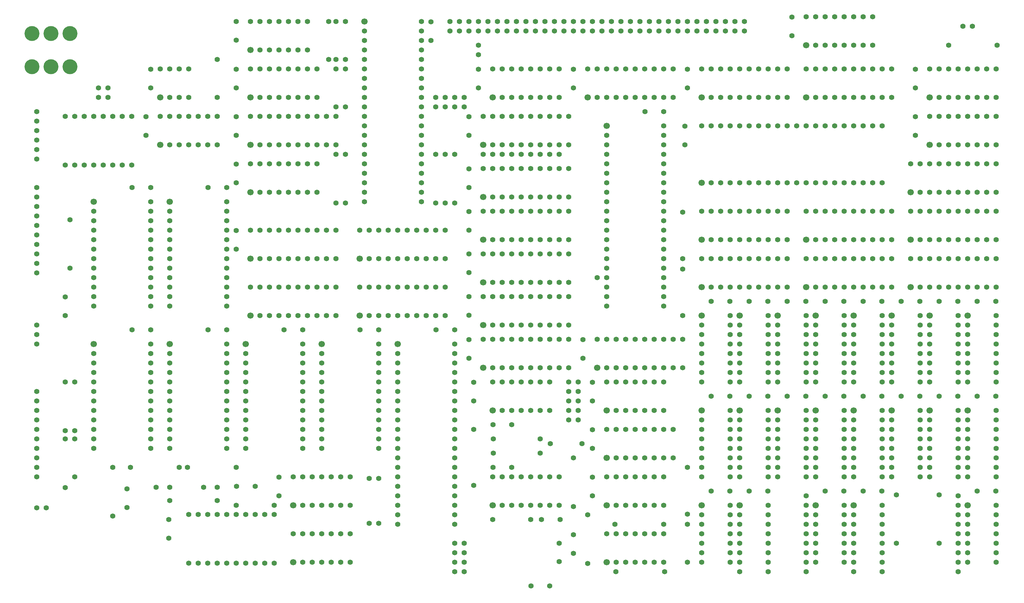
<source format=gbr>
G04 #@! TF.GenerationSoftware,KiCad,Pcbnew,9.0.0*
G04 #@! TF.CreationDate,2025-08-21T19:24:27+02:00*
G04 #@! TF.ProjectId,gdp,6764702e-6b69-4636-9164-5f7063625858,rev?*
G04 #@! TF.SameCoordinates,Original*
G04 #@! TF.FileFunction,Soldermask,Bot*
G04 #@! TF.FilePolarity,Negative*
%FSLAX46Y46*%
G04 Gerber Fmt 4.6, Leading zero omitted, Abs format (unit mm)*
G04 Created by KiCad (PCBNEW 9.0.0) date 2025-08-21 19:24:27*
%MOMM*%
%LPD*%
G01*
G04 APERTURE LIST*
%ADD10C,1.400000*%
%ADD11C,1.700000*%
%ADD12C,4.000000*%
G04 APERTURE END LIST*
D10*
X166370000Y-63500000D03*
X166370000Y-73660000D03*
X83820000Y-107950000D03*
X83820000Y-110490000D03*
X83820000Y-113030000D03*
X83820000Y-115570000D03*
X83820000Y-118110000D03*
X83820000Y-120650000D03*
X83820000Y-123190000D03*
X83820000Y-125730000D03*
X83820000Y-128270000D03*
X83820000Y-130810000D03*
X289560000Y-190500000D03*
X289560000Y-193040000D03*
X289560000Y-195580000D03*
X289560000Y-198120000D03*
X289560000Y-200660000D03*
X289560000Y-203200000D03*
X289560000Y-205740000D03*
X289560000Y-208280000D03*
X289560000Y-210820000D03*
D11*
X292100000Y-167640000D03*
D10*
X292100000Y-170180000D03*
X292100000Y-172720000D03*
X292100000Y-175260000D03*
X292100000Y-177800000D03*
X292100000Y-180340000D03*
X292100000Y-182880000D03*
X292100000Y-185420000D03*
X299720000Y-185420000D03*
X299720000Y-182880000D03*
X299720000Y-180340000D03*
X299720000Y-177800000D03*
X299720000Y-175260000D03*
X299720000Y-172720000D03*
X299720000Y-170180000D03*
X299720000Y-167640000D03*
X200660000Y-187720000D03*
X200660000Y-172720000D03*
X142240000Y-208510000D03*
X142240000Y-195510000D03*
X132080000Y-73660000D03*
X132080000Y-83820000D03*
X205940000Y-175260000D03*
X218440000Y-175260000D03*
X201930000Y-76240000D03*
X201930000Y-81240000D03*
D11*
X261620000Y-121920000D03*
D10*
X264160000Y-121920000D03*
X266700000Y-121920000D03*
X269240000Y-121920000D03*
X271780000Y-121920000D03*
X274320000Y-121920000D03*
X276860000Y-121920000D03*
X279400000Y-121920000D03*
X281940000Y-121920000D03*
X284480000Y-121920000D03*
X284480000Y-114300000D03*
X281940000Y-114300000D03*
X279400000Y-114300000D03*
X276860000Y-114300000D03*
X274320000Y-114300000D03*
X271780000Y-114300000D03*
X269240000Y-114300000D03*
X266700000Y-114300000D03*
X264160000Y-114300000D03*
X261620000Y-114300000D03*
X198120000Y-208280000D03*
X195580000Y-208280000D03*
X199390000Y-102910000D03*
X199390000Y-107910000D03*
X335280000Y-138430000D03*
X340280000Y-138430000D03*
X314960000Y-138430000D03*
X319960000Y-138430000D03*
X147320000Y-208510000D03*
X147320000Y-195510000D03*
X161925000Y-63500000D03*
X161925000Y-73660000D03*
D11*
X281940000Y-167640000D03*
D10*
X281940000Y-170180000D03*
X281940000Y-172720000D03*
X281940000Y-175260000D03*
X281940000Y-177800000D03*
X281940000Y-180340000D03*
X281940000Y-182880000D03*
X281940000Y-185420000D03*
X289560000Y-185420000D03*
X289560000Y-182880000D03*
X289560000Y-180340000D03*
X289560000Y-177800000D03*
X289560000Y-175260000D03*
X289560000Y-172720000D03*
X289560000Y-170180000D03*
X289560000Y-167640000D03*
X194310000Y-66040000D03*
X196850000Y-66040000D03*
X199390000Y-66040000D03*
X201930000Y-66040000D03*
X204470000Y-66040000D03*
X207010000Y-66040000D03*
X209550000Y-66040000D03*
X212090000Y-66040000D03*
X214630000Y-66040000D03*
X217170000Y-66040000D03*
X219710000Y-66040000D03*
X222250000Y-66040000D03*
X224790000Y-66040000D03*
X227330000Y-66040000D03*
X229870000Y-66040000D03*
X232410000Y-66040000D03*
X234950000Y-66040000D03*
X237490000Y-66040000D03*
X240030000Y-66040000D03*
X242570000Y-66040000D03*
X245110000Y-66040000D03*
X247650000Y-66040000D03*
X250190000Y-66040000D03*
X252730000Y-66040000D03*
X255270000Y-66040000D03*
X257810000Y-66040000D03*
X260350000Y-66040000D03*
X262890000Y-66040000D03*
X265430000Y-66040000D03*
X267970000Y-66040000D03*
X270510000Y-66040000D03*
X273050000Y-66040000D03*
D11*
X271780000Y-142240000D03*
D10*
X271780000Y-144780000D03*
X271780000Y-147320000D03*
X271780000Y-149860000D03*
X271780000Y-152400000D03*
X271780000Y-154940000D03*
X271780000Y-157480000D03*
X271780000Y-160020000D03*
X279400000Y-160020000D03*
X279400000Y-157480000D03*
X279400000Y-154940000D03*
X279400000Y-152400000D03*
X279400000Y-149860000D03*
X279400000Y-147320000D03*
X279400000Y-144780000D03*
X279400000Y-142240000D03*
X284480000Y-163830000D03*
X289480000Y-163830000D03*
X113030000Y-88940000D03*
X113030000Y-93940000D03*
X198120000Y-210820000D03*
X195580000Y-210820000D03*
X325120000Y-138430000D03*
X330120000Y-138430000D03*
X264160000Y-163830000D03*
X269160000Y-163830000D03*
D11*
X302260000Y-167640000D03*
D10*
X302260000Y-170180000D03*
X302260000Y-172720000D03*
X302260000Y-175260000D03*
X302260000Y-177800000D03*
X302260000Y-180340000D03*
X302260000Y-182880000D03*
X302260000Y-185420000D03*
X309880000Y-185420000D03*
X309880000Y-182880000D03*
X309880000Y-180340000D03*
X309880000Y-177800000D03*
X309880000Y-175260000D03*
X309880000Y-172720000D03*
X309880000Y-170180000D03*
X309880000Y-167640000D03*
X198120000Y-83815000D03*
X198120000Y-86355000D03*
X106680000Y-101900000D03*
X106680000Y-88900000D03*
X210820000Y-182880000D03*
X205820000Y-182880000D03*
X325120000Y-163830000D03*
X330120000Y-163830000D03*
D11*
X152400000Y-193040000D03*
D10*
X154940000Y-193040000D03*
X157480000Y-193040000D03*
X160020000Y-193040000D03*
X162560000Y-193040000D03*
X165100000Y-193040000D03*
X167640000Y-193040000D03*
X167640000Y-185420000D03*
X165100000Y-185420000D03*
X162560000Y-185420000D03*
X160020000Y-185420000D03*
X157480000Y-185420000D03*
X154940000Y-185420000D03*
X152400000Y-185420000D03*
D11*
X203205000Y-96520000D03*
D10*
X205745000Y-96520000D03*
X208285000Y-96520000D03*
X210825000Y-96520000D03*
X213365000Y-96520000D03*
X215905000Y-96520000D03*
X218445000Y-96520000D03*
X220985000Y-96520000D03*
X223525000Y-96520000D03*
X226065000Y-96520000D03*
X226065000Y-88900000D03*
X223525000Y-88900000D03*
X220985000Y-88900000D03*
X218445000Y-88900000D03*
X215905000Y-88900000D03*
X213365000Y-88900000D03*
X210825000Y-88900000D03*
X208285000Y-88900000D03*
X205745000Y-88900000D03*
X203205000Y-88900000D03*
X144780000Y-208510000D03*
X144780000Y-195510000D03*
D11*
X233680000Y-156210000D03*
D10*
X236220000Y-156210000D03*
X238760000Y-156210000D03*
X241300000Y-156210000D03*
X243840000Y-156210000D03*
X246380000Y-156210000D03*
X248920000Y-156210000D03*
X251460000Y-156210000D03*
X254000000Y-156210000D03*
X256540000Y-156210000D03*
X256540000Y-148590000D03*
X254000000Y-148590000D03*
X251460000Y-148590000D03*
X248920000Y-148590000D03*
X246380000Y-148590000D03*
X243840000Y-148590000D03*
X241300000Y-148590000D03*
X238760000Y-148590000D03*
X236220000Y-148590000D03*
X233680000Y-148590000D03*
X137240000Y-187960000D03*
X142240000Y-187960000D03*
X91440000Y-137240000D03*
X91440000Y-142240000D03*
X199390000Y-125730000D03*
X199390000Y-130730000D03*
X163830000Y-76200000D03*
X163830000Y-86360000D03*
D11*
X140970000Y-127000000D03*
D10*
X143510000Y-127000000D03*
X146050000Y-127000000D03*
X148590000Y-127000000D03*
X151130000Y-127000000D03*
X153670000Y-127000000D03*
X156210000Y-127000000D03*
X158750000Y-127000000D03*
X161290000Y-127000000D03*
X163830000Y-127000000D03*
X163830000Y-119380000D03*
X161290000Y-119380000D03*
X158750000Y-119380000D03*
X156210000Y-119380000D03*
X153670000Y-119380000D03*
X151130000Y-119380000D03*
X148590000Y-119380000D03*
X146050000Y-119380000D03*
X143510000Y-119380000D03*
X140970000Y-119380000D03*
D11*
X312420000Y-142240000D03*
D10*
X312420000Y-144780000D03*
X312420000Y-147320000D03*
X312420000Y-149860000D03*
X312420000Y-152400000D03*
X312420000Y-154940000D03*
X312420000Y-157480000D03*
X312420000Y-160020000D03*
X320040000Y-160020000D03*
X320040000Y-157480000D03*
X320040000Y-154940000D03*
X320040000Y-152400000D03*
X320040000Y-149860000D03*
X320040000Y-147320000D03*
X320040000Y-144780000D03*
X320040000Y-142240000D03*
X115787898Y-188177898D03*
X119380000Y-188177898D03*
X119380000Y-191770000D03*
X139700000Y-208510000D03*
X139700000Y-195510000D03*
X304800000Y-163830000D03*
X309800000Y-163830000D03*
X114300000Y-76240000D03*
X114300000Y-81240000D03*
X121920000Y-182880000D03*
X108920000Y-182880000D03*
D11*
X271780000Y-167640000D03*
D10*
X271780000Y-170180000D03*
X271780000Y-172720000D03*
X271780000Y-175260000D03*
X271780000Y-177800000D03*
X271780000Y-180340000D03*
X271780000Y-182880000D03*
X271780000Y-185420000D03*
X279400000Y-185420000D03*
X279400000Y-182880000D03*
X279400000Y-180340000D03*
X279400000Y-177800000D03*
X279400000Y-175260000D03*
X279400000Y-172720000D03*
X279400000Y-170180000D03*
X279400000Y-167640000D03*
D11*
X170180000Y-127000000D03*
D10*
X172720000Y-127000000D03*
X175260000Y-127000000D03*
X177800000Y-127000000D03*
X180340000Y-127000000D03*
X182880000Y-127000000D03*
X185420000Y-127000000D03*
X187960000Y-127000000D03*
X190500000Y-127000000D03*
X193040000Y-127000000D03*
X193040000Y-119380000D03*
X190500000Y-119380000D03*
X187960000Y-119380000D03*
X185420000Y-119380000D03*
X182880000Y-119380000D03*
X180340000Y-119380000D03*
X177800000Y-119380000D03*
X175260000Y-119380000D03*
X172720000Y-119380000D03*
X170180000Y-119380000D03*
D11*
X292100000Y-193040000D03*
D10*
X292100000Y-195580000D03*
X292100000Y-198120000D03*
X292100000Y-200660000D03*
X292100000Y-203200000D03*
X292100000Y-205740000D03*
X292100000Y-208280000D03*
X299720000Y-208280000D03*
X299720000Y-205740000D03*
X299720000Y-203200000D03*
X299720000Y-200660000D03*
X299720000Y-198120000D03*
X299720000Y-195580000D03*
X299720000Y-193040000D03*
X104140000Y-195880000D03*
X104140000Y-182880000D03*
X124460000Y-208510000D03*
X124460000Y-195510000D03*
D11*
X332740000Y-193040000D03*
D10*
X332740000Y-195580000D03*
X332740000Y-198120000D03*
X332740000Y-200660000D03*
X332740000Y-203200000D03*
X332740000Y-205740000D03*
X332740000Y-208280000D03*
X340360000Y-208280000D03*
X340360000Y-205740000D03*
X340360000Y-203200000D03*
X340360000Y-200660000D03*
X340360000Y-198120000D03*
X340360000Y-195580000D03*
X340360000Y-193040000D03*
D11*
X205740000Y-83820000D03*
D10*
X208280000Y-83820000D03*
X210820000Y-83820000D03*
X213360000Y-83820000D03*
X215900000Y-83820000D03*
X218440000Y-83820000D03*
X220980000Y-83820000D03*
X223520000Y-83820000D03*
X223520000Y-76200000D03*
X220980000Y-76200000D03*
X218440000Y-76200000D03*
X215900000Y-76200000D03*
X213360000Y-76200000D03*
X210820000Y-76200000D03*
X208280000Y-76200000D03*
X205740000Y-76200000D03*
D11*
X292100000Y-142240000D03*
D10*
X292100000Y-144780000D03*
X292100000Y-147320000D03*
X292100000Y-149860000D03*
X292100000Y-152400000D03*
X292100000Y-154940000D03*
X292100000Y-157480000D03*
X292100000Y-160020000D03*
X299720000Y-160020000D03*
X299720000Y-157480000D03*
X299720000Y-154940000D03*
X299720000Y-152400000D03*
X299720000Y-149860000D03*
X299720000Y-147320000D03*
X299720000Y-144780000D03*
X299720000Y-142240000D03*
X91440000Y-173020000D03*
X91440000Y-160020000D03*
D11*
X203200000Y-156210000D03*
D10*
X205740000Y-156210000D03*
X208280000Y-156210000D03*
X210820000Y-156210000D03*
X213360000Y-156210000D03*
X215900000Y-156210000D03*
X218440000Y-156210000D03*
X220980000Y-156210000D03*
X223520000Y-156210000D03*
X226060000Y-156210000D03*
X226060000Y-148590000D03*
X223520000Y-148590000D03*
X220980000Y-148590000D03*
X218440000Y-148590000D03*
X215900000Y-148590000D03*
X213360000Y-148590000D03*
X210820000Y-148590000D03*
X208280000Y-148590000D03*
X205740000Y-148590000D03*
X203200000Y-148590000D03*
X205820000Y-171450000D03*
X210820000Y-171450000D03*
X137160000Y-76240000D03*
X137160000Y-81240000D03*
X189230000Y-63540000D03*
X189230000Y-68540000D03*
X232410000Y-185460000D03*
X232410000Y-190460000D03*
X129540000Y-208510000D03*
X129540000Y-195510000D03*
D11*
X289560000Y-134620000D03*
D10*
X292100000Y-134620000D03*
X294640000Y-134620000D03*
X297180000Y-134620000D03*
X299720000Y-134620000D03*
X302260000Y-134620000D03*
X304800000Y-134620000D03*
X307340000Y-134620000D03*
X309880000Y-134620000D03*
X312420000Y-134620000D03*
X312420000Y-127000000D03*
X309880000Y-127000000D03*
X307340000Y-127000000D03*
X304800000Y-127000000D03*
X302260000Y-127000000D03*
X299720000Y-127000000D03*
X297180000Y-127000000D03*
X294640000Y-127000000D03*
X292100000Y-127000000D03*
X289560000Y-127000000D03*
X331470000Y-64770000D03*
X334010000Y-64770000D03*
X107950000Y-193595000D03*
X107950000Y-188595000D03*
X325120000Y-190200000D03*
X325120000Y-203200000D03*
X83820000Y-162560000D03*
X83820000Y-165100000D03*
X83820000Y-167640000D03*
X83820000Y-170180000D03*
X83820000Y-172720000D03*
X83820000Y-175260000D03*
X83820000Y-177800000D03*
X83820000Y-180340000D03*
X83820000Y-182880000D03*
X83820000Y-185420000D03*
X226060000Y-165100000D03*
X228600000Y-165100000D03*
D11*
X236220000Y-208280000D03*
D10*
X238760000Y-208280000D03*
X241300000Y-208280000D03*
X243840000Y-208280000D03*
X246380000Y-208280000D03*
X248920000Y-208280000D03*
X251460000Y-208280000D03*
X251460000Y-200660000D03*
X248920000Y-200660000D03*
X246380000Y-200660000D03*
X243840000Y-200660000D03*
X241300000Y-200660000D03*
X238760000Y-200660000D03*
X236220000Y-200660000D03*
X200660000Y-165100000D03*
X200660000Y-160100000D03*
D11*
X205740000Y-193040000D03*
D10*
X208280000Y-193040000D03*
X210820000Y-193040000D03*
X213360000Y-193040000D03*
X215900000Y-193040000D03*
X218440000Y-193040000D03*
X220980000Y-193040000D03*
X223520000Y-193040000D03*
X223520000Y-185420000D03*
X220980000Y-185420000D03*
X218440000Y-185420000D03*
X215900000Y-185420000D03*
X213360000Y-185420000D03*
X210820000Y-185420000D03*
X208280000Y-185420000D03*
X205740000Y-185420000D03*
D11*
X289560000Y-69850000D03*
D10*
X292100000Y-69850000D03*
X294640000Y-69850000D03*
X297180000Y-69850000D03*
X299720000Y-69850000D03*
X302260000Y-69850000D03*
X304800000Y-69850000D03*
X307340000Y-69850000D03*
X307340000Y-62230000D03*
X304800000Y-62230000D03*
X302260000Y-62230000D03*
X299720000Y-62230000D03*
X297180000Y-62230000D03*
X294640000Y-62230000D03*
X292100000Y-62230000D03*
X289560000Y-62230000D03*
X274320000Y-138430000D03*
X279320000Y-138430000D03*
X100330000Y-81280000D03*
X100330000Y-83820000D03*
X318770000Y-76240000D03*
X318770000Y-81240000D03*
X137160000Y-88940000D03*
X137160000Y-93940000D03*
D11*
X302260000Y-193040000D03*
D10*
X302260000Y-195580000D03*
X302260000Y-198120000D03*
X302260000Y-200660000D03*
X302260000Y-203200000D03*
X302260000Y-205740000D03*
X302260000Y-208280000D03*
X302260000Y-210820000D03*
X309880000Y-210820000D03*
X309880000Y-208280000D03*
X309880000Y-205740000D03*
X309880000Y-203200000D03*
X309880000Y-200660000D03*
X309880000Y-198120000D03*
X309880000Y-195580000D03*
X309880000Y-193040000D03*
X335320000Y-189230000D03*
X340320000Y-189230000D03*
D11*
X116840000Y-96520000D03*
D10*
X119380000Y-96520000D03*
X121920000Y-96520000D03*
X124460000Y-96520000D03*
X127000000Y-96520000D03*
X129540000Y-96520000D03*
X132080000Y-96520000D03*
X132080000Y-88900000D03*
X129540000Y-88900000D03*
X127000000Y-88900000D03*
X124460000Y-88900000D03*
X121920000Y-88900000D03*
X119380000Y-88900000D03*
X116840000Y-88900000D03*
X148590000Y-185460000D03*
X148590000Y-190460000D03*
X195580000Y-146050000D03*
X190580000Y-146050000D03*
D11*
X236220000Y-167640000D03*
D10*
X238760000Y-167640000D03*
X241300000Y-167640000D03*
X243840000Y-167640000D03*
X246380000Y-167640000D03*
X248920000Y-167640000D03*
X251460000Y-167640000D03*
X251460000Y-160020000D03*
X248920000Y-160020000D03*
X246380000Y-160020000D03*
X243840000Y-160020000D03*
X241300000Y-160020000D03*
X238760000Y-160020000D03*
X236220000Y-160020000D03*
X199390000Y-148630000D03*
X199390000Y-153630000D03*
D11*
X170180000Y-142240000D03*
D10*
X172720000Y-142240000D03*
X175260000Y-142240000D03*
X177800000Y-142240000D03*
X180340000Y-142240000D03*
X182880000Y-142240000D03*
X185420000Y-142240000D03*
X187960000Y-142240000D03*
X190500000Y-142240000D03*
X193040000Y-142240000D03*
X193040000Y-134620000D03*
X190500000Y-134620000D03*
X187960000Y-134620000D03*
X185420000Y-134620000D03*
X182880000Y-134620000D03*
X180340000Y-134620000D03*
X177800000Y-134620000D03*
X175260000Y-134620000D03*
X172720000Y-134620000D03*
X170180000Y-134620000D03*
X220980000Y-214630000D03*
X215980000Y-214630000D03*
X137160000Y-63500000D03*
X137160000Y-68500000D03*
X137160000Y-101640000D03*
X137160000Y-106640000D03*
X137160000Y-119460000D03*
X137160000Y-124460000D03*
X257810000Y-195380000D03*
X257810000Y-182880000D03*
D11*
X332740000Y-142240000D03*
D10*
X332740000Y-144780000D03*
X332740000Y-147320000D03*
X332740000Y-149860000D03*
X332740000Y-152400000D03*
X332740000Y-154940000D03*
X332740000Y-157480000D03*
X332740000Y-160020000D03*
X340360000Y-160020000D03*
X340360000Y-157480000D03*
X340360000Y-154940000D03*
X340360000Y-152400000D03*
X340360000Y-149860000D03*
X340360000Y-147320000D03*
X340360000Y-144780000D03*
X340360000Y-142240000D03*
X163830000Y-112060000D03*
X163830000Y-99060000D03*
X195580000Y-83815000D03*
X195580000Y-86355000D03*
X175260000Y-146050000D03*
X170260000Y-146050000D03*
X318770000Y-88940000D03*
X318770000Y-93940000D03*
D11*
X205740000Y-167640000D03*
D10*
X208280000Y-167640000D03*
X210820000Y-167640000D03*
X213360000Y-167640000D03*
X215900000Y-167640000D03*
X218440000Y-167640000D03*
X220980000Y-167640000D03*
X220980000Y-160020000D03*
X218440000Y-160020000D03*
X215900000Y-160020000D03*
X213360000Y-160020000D03*
X210820000Y-160020000D03*
X208280000Y-160020000D03*
X205740000Y-160020000D03*
X193040000Y-112060000D03*
X193040000Y-99060000D03*
X134620000Y-208510000D03*
X134620000Y-195510000D03*
X96520000Y-101900000D03*
X96520000Y-88900000D03*
X104140000Y-101900000D03*
X104140000Y-88900000D03*
X83820000Y-144780000D03*
X83820000Y-147320000D03*
X83820000Y-149860000D03*
X134620000Y-107950000D03*
X129620000Y-107950000D03*
D11*
X322580000Y-142240000D03*
D10*
X322580000Y-144780000D03*
X322580000Y-147320000D03*
X322580000Y-149860000D03*
X322580000Y-152400000D03*
X322580000Y-154940000D03*
X322580000Y-157480000D03*
X322580000Y-160020000D03*
X330200000Y-160020000D03*
X330200000Y-157480000D03*
X330200000Y-154940000D03*
X330200000Y-152400000D03*
X330200000Y-149860000D03*
X330200000Y-147320000D03*
X330200000Y-144780000D03*
X330200000Y-142240000D03*
D12*
X82550000Y-66675000D03*
X82550000Y-75565000D03*
X87630000Y-66675000D03*
X87630000Y-75565000D03*
X92710000Y-66675000D03*
X92710000Y-75565000D03*
D10*
X274320000Y-163830000D03*
X279320000Y-163830000D03*
X227330000Y-76240000D03*
X227330000Y-81240000D03*
X203200000Y-99060000D03*
X205740000Y-99060000D03*
X208280000Y-99060000D03*
X210820000Y-99060000D03*
X213360000Y-99060000D03*
X215900000Y-99060000D03*
X218440000Y-99060000D03*
X220980000Y-99060000D03*
X223520000Y-99060000D03*
X83820000Y-193675000D03*
X86360000Y-193675000D03*
X294680000Y-163830000D03*
X299680000Y-163830000D03*
X127000000Y-208510000D03*
X127000000Y-195510000D03*
D11*
X302260000Y-142240000D03*
D10*
X302260000Y-144780000D03*
X302260000Y-147320000D03*
X302260000Y-149860000D03*
X302260000Y-152400000D03*
X302260000Y-154940000D03*
X302260000Y-157480000D03*
X302260000Y-160020000D03*
X309880000Y-160020000D03*
X309880000Y-157480000D03*
X309880000Y-154940000D03*
X309880000Y-152400000D03*
X309880000Y-149860000D03*
X309880000Y-147320000D03*
X309880000Y-144780000D03*
X309880000Y-142240000D03*
X205940000Y-179070000D03*
X218440000Y-179070000D03*
X229870000Y-148630000D03*
X229870000Y-153630000D03*
X251714000Y-210820000D03*
X238714000Y-210820000D03*
X340660000Y-69850000D03*
X327660000Y-69850000D03*
D11*
X99060000Y-149860000D03*
D10*
X99060000Y-152400000D03*
X99060000Y-154940000D03*
X99060000Y-157480000D03*
X99060000Y-160020000D03*
X99060000Y-162560000D03*
X99060000Y-165100000D03*
X99060000Y-167640000D03*
X99060000Y-170180000D03*
X99060000Y-172720000D03*
X99060000Y-175260000D03*
X99060000Y-177800000D03*
X114300000Y-177800000D03*
X114300000Y-175260000D03*
X114300000Y-172720000D03*
X114300000Y-170180000D03*
X114300000Y-167640000D03*
X114300000Y-165100000D03*
X114300000Y-162560000D03*
X114300000Y-160020000D03*
X114300000Y-157480000D03*
X114300000Y-154940000D03*
X114300000Y-152400000D03*
X114300000Y-149860000D03*
X294640000Y-138430000D03*
X299640000Y-138430000D03*
D11*
X140970000Y-96520000D03*
D10*
X143510000Y-96520000D03*
X146050000Y-96520000D03*
X148590000Y-96520000D03*
X151130000Y-96520000D03*
X153670000Y-96520000D03*
X156210000Y-96520000D03*
X158750000Y-96520000D03*
X161290000Y-96520000D03*
X163830000Y-96520000D03*
X163830000Y-88900000D03*
X161290000Y-88900000D03*
X158750000Y-88900000D03*
X156210000Y-88900000D03*
X153670000Y-88900000D03*
X151130000Y-88900000D03*
X148590000Y-88900000D03*
X146050000Y-88900000D03*
X143510000Y-88900000D03*
X140970000Y-88900000D03*
D11*
X140970000Y-71120000D03*
D10*
X143510000Y-71120000D03*
X146050000Y-71120000D03*
X148590000Y-71120000D03*
X151130000Y-71120000D03*
X153670000Y-71120000D03*
X156210000Y-71120000D03*
X156210000Y-63500000D03*
X153670000Y-63500000D03*
X151130000Y-63500000D03*
X148590000Y-63500000D03*
X146050000Y-63500000D03*
X143510000Y-63500000D03*
X140970000Y-63500000D03*
X194310000Y-63500000D03*
X196850000Y-63500000D03*
X199390000Y-63500000D03*
X201930000Y-63500000D03*
X204470000Y-63500000D03*
X207010000Y-63500000D03*
X209550000Y-63500000D03*
X212090000Y-63500000D03*
X214630000Y-63500000D03*
X217170000Y-63500000D03*
X219710000Y-63500000D03*
X222250000Y-63500000D03*
X224790000Y-63500000D03*
X227330000Y-63500000D03*
X229870000Y-63500000D03*
X232410000Y-63500000D03*
X234950000Y-63500000D03*
X237490000Y-63500000D03*
X240030000Y-63500000D03*
X242570000Y-63500000D03*
X245110000Y-63500000D03*
X247650000Y-63500000D03*
X250190000Y-63500000D03*
X252730000Y-63500000D03*
X255270000Y-63500000D03*
X257810000Y-63500000D03*
X260350000Y-63500000D03*
X262890000Y-63500000D03*
X265430000Y-63500000D03*
X267970000Y-63500000D03*
X270510000Y-63500000D03*
X273050000Y-63500000D03*
X199390000Y-114340000D03*
X199390000Y-119340000D03*
X195580000Y-112060000D03*
X195580000Y-99060000D03*
D11*
X312420000Y-167640000D03*
D10*
X312420000Y-170180000D03*
X312420000Y-172720000D03*
X312420000Y-175260000D03*
X312420000Y-177800000D03*
X312420000Y-180340000D03*
X312420000Y-182880000D03*
X312420000Y-185420000D03*
X320040000Y-185420000D03*
X320040000Y-182880000D03*
X320040000Y-180340000D03*
X320040000Y-177800000D03*
X320040000Y-175260000D03*
X320040000Y-172720000D03*
X320040000Y-170180000D03*
X320040000Y-167640000D03*
D11*
X281940000Y-142240000D03*
D10*
X281940000Y-144780000D03*
X281940000Y-147320000D03*
X281940000Y-149860000D03*
X281940000Y-152400000D03*
X281940000Y-154940000D03*
X281940000Y-157480000D03*
X281940000Y-160020000D03*
X289560000Y-160020000D03*
X289560000Y-157480000D03*
X289560000Y-154940000D03*
X289560000Y-152400000D03*
X289560000Y-149860000D03*
X289560000Y-147320000D03*
X289560000Y-144780000D03*
X289560000Y-142240000D03*
D11*
X203200000Y-133350000D03*
D10*
X205740000Y-133350000D03*
X208280000Y-133350000D03*
X210820000Y-133350000D03*
X213360000Y-133350000D03*
X215900000Y-133350000D03*
X218440000Y-133350000D03*
X220980000Y-133350000D03*
X223520000Y-133350000D03*
X226060000Y-133350000D03*
X226060000Y-125730000D03*
X223520000Y-125730000D03*
X220980000Y-125730000D03*
X218440000Y-125730000D03*
X215900000Y-125730000D03*
X213360000Y-125730000D03*
X210820000Y-125730000D03*
X208280000Y-125730000D03*
X205740000Y-125730000D03*
X203200000Y-125730000D03*
D11*
X261620000Y-193040000D03*
D10*
X261620000Y-195580000D03*
X261620000Y-198120000D03*
X261620000Y-200660000D03*
X261620000Y-203200000D03*
X261620000Y-205740000D03*
X261620000Y-208280000D03*
X269240000Y-208280000D03*
X269240000Y-205740000D03*
X269240000Y-203200000D03*
X269240000Y-200660000D03*
X269240000Y-198120000D03*
X269240000Y-195580000D03*
X269240000Y-193040000D03*
D11*
X261620000Y-167640000D03*
D10*
X261620000Y-170180000D03*
X261620000Y-172720000D03*
X261620000Y-175260000D03*
X261620000Y-177800000D03*
X261620000Y-180340000D03*
X261620000Y-182880000D03*
X261620000Y-185420000D03*
X269240000Y-185420000D03*
X269240000Y-182880000D03*
X269240000Y-180340000D03*
X269240000Y-177800000D03*
X269240000Y-175260000D03*
X269240000Y-172720000D03*
X269240000Y-170180000D03*
X269240000Y-167640000D03*
X190500000Y-112060000D03*
X190500000Y-99060000D03*
X166370000Y-76200000D03*
X166370000Y-86360000D03*
X119126000Y-196850000D03*
X119126000Y-201850000D03*
D11*
X317500000Y-121920000D03*
D10*
X320040000Y-121920000D03*
X322580000Y-121920000D03*
X325120000Y-121920000D03*
X327660000Y-121920000D03*
X330200000Y-121920000D03*
X332740000Y-121920000D03*
X335280000Y-121920000D03*
X337820000Y-121920000D03*
X340360000Y-121920000D03*
X340360000Y-114300000D03*
X337820000Y-114300000D03*
X335280000Y-114300000D03*
X332740000Y-114300000D03*
X330200000Y-114300000D03*
X327660000Y-114300000D03*
X325120000Y-114300000D03*
X322580000Y-114300000D03*
X320040000Y-114300000D03*
X317500000Y-114300000D03*
X201930000Y-69850000D03*
X201930000Y-72390000D03*
D11*
X317500000Y-134620000D03*
D10*
X320040000Y-134620000D03*
X322580000Y-134620000D03*
X325120000Y-134620000D03*
X327660000Y-134620000D03*
X330200000Y-134620000D03*
X332740000Y-134620000D03*
X335280000Y-134620000D03*
X337820000Y-134620000D03*
X340360000Y-134620000D03*
X340360000Y-127000000D03*
X337820000Y-127000000D03*
X335280000Y-127000000D03*
X332740000Y-127000000D03*
X330200000Y-127000000D03*
X327660000Y-127000000D03*
X325120000Y-127000000D03*
X322580000Y-127000000D03*
X320040000Y-127000000D03*
X317500000Y-127000000D03*
X294640000Y-189230000D03*
X299640000Y-189230000D03*
X223774000Y-196850000D03*
X218774000Y-196850000D03*
X102870000Y-81280000D03*
X102870000Y-83820000D03*
X128487898Y-188177898D03*
X132080000Y-188177898D03*
X132080000Y-191770000D03*
X257175000Y-91480000D03*
X257175000Y-96480000D03*
X175260000Y-197850000D03*
X175260000Y-185850000D03*
D11*
X236220000Y-180340000D03*
D10*
X238760000Y-180340000D03*
X241300000Y-180340000D03*
X243840000Y-180340000D03*
X246380000Y-180340000D03*
X248920000Y-180340000D03*
X251460000Y-180340000D03*
X254000000Y-180340000D03*
X254000000Y-172720000D03*
X251460000Y-172720000D03*
X248920000Y-172720000D03*
X246380000Y-172720000D03*
X243840000Y-172720000D03*
X241300000Y-172720000D03*
X238760000Y-172720000D03*
X236220000Y-172720000D03*
X227330000Y-193340000D03*
X227330000Y-180340000D03*
X313690000Y-203200000D03*
X313690000Y-190200000D03*
X304800000Y-189230000D03*
X309800000Y-189230000D03*
X304800000Y-138430000D03*
X309800000Y-138430000D03*
X284480000Y-138430000D03*
X289480000Y-138430000D03*
D11*
X322580000Y-83820000D03*
D10*
X325120000Y-83820000D03*
X327660000Y-83820000D03*
X330200000Y-83820000D03*
X332740000Y-83820000D03*
X335280000Y-83820000D03*
X337820000Y-83820000D03*
X340360000Y-83820000D03*
X340360000Y-76200000D03*
X337820000Y-76200000D03*
X335280000Y-76200000D03*
X332740000Y-76200000D03*
X330200000Y-76200000D03*
X327660000Y-76200000D03*
X325120000Y-76200000D03*
X322580000Y-76200000D03*
D11*
X332740000Y-167640000D03*
D10*
X332740000Y-170180000D03*
X332740000Y-172720000D03*
X332740000Y-175260000D03*
X332740000Y-177800000D03*
X332740000Y-180340000D03*
X332740000Y-182880000D03*
X332740000Y-185420000D03*
X340360000Y-185420000D03*
X340360000Y-182880000D03*
X340360000Y-180340000D03*
X340360000Y-177800000D03*
X340360000Y-175260000D03*
X340360000Y-172720000D03*
X340360000Y-170180000D03*
X340360000Y-167640000D03*
X93980000Y-101900000D03*
X93980000Y-88900000D03*
D11*
X180340000Y-149860000D03*
D10*
X180340000Y-152400000D03*
X180340000Y-154940000D03*
X180340000Y-157480000D03*
X180340000Y-160020000D03*
X180340000Y-162560000D03*
X180340000Y-165100000D03*
X180340000Y-167640000D03*
X180340000Y-170180000D03*
X180340000Y-172720000D03*
X180340000Y-175260000D03*
X180340000Y-177800000D03*
X180340000Y-180340000D03*
X180340000Y-182880000D03*
X180340000Y-185420000D03*
X180340000Y-187960000D03*
X180340000Y-190500000D03*
X180340000Y-193040000D03*
X180340000Y-195580000D03*
X180340000Y-198120000D03*
X195580000Y-198120000D03*
X195580000Y-195580000D03*
X195580000Y-193040000D03*
X195580000Y-190500000D03*
X195580000Y-187960000D03*
X195580000Y-185420000D03*
X195580000Y-182880000D03*
X195580000Y-180340000D03*
X195580000Y-177800000D03*
X195580000Y-175260000D03*
X195580000Y-172720000D03*
X195580000Y-170180000D03*
X195580000Y-167640000D03*
X195580000Y-165100000D03*
X195580000Y-162560000D03*
X195580000Y-160020000D03*
X195580000Y-157480000D03*
X195580000Y-154940000D03*
X195580000Y-152400000D03*
X195580000Y-149860000D03*
X93980000Y-175260000D03*
X93980000Y-185420000D03*
X134620000Y-146050000D03*
X129620000Y-146050000D03*
X163830000Y-63500000D03*
X163830000Y-73660000D03*
X198125000Y-203200000D03*
X195585000Y-203200000D03*
X190500000Y-83820000D03*
X190500000Y-86360000D03*
D11*
X231140000Y-83820000D03*
D10*
X233680000Y-83820000D03*
X236220000Y-83820000D03*
X238760000Y-83820000D03*
X241300000Y-83820000D03*
X243840000Y-83820000D03*
X246380000Y-83820000D03*
X248920000Y-83820000D03*
X251460000Y-83820000D03*
X254000000Y-83820000D03*
X254000000Y-76200000D03*
X251460000Y-76200000D03*
X248920000Y-76200000D03*
X246380000Y-76200000D03*
X243840000Y-76200000D03*
X241300000Y-76200000D03*
X238760000Y-76200000D03*
X236220000Y-76200000D03*
X233680000Y-76200000D03*
X231140000Y-76200000D03*
D11*
X261620000Y-83820000D03*
D10*
X264160000Y-83820000D03*
X266700000Y-83820000D03*
X269240000Y-83820000D03*
X271780000Y-83820000D03*
X274320000Y-83820000D03*
X276860000Y-83820000D03*
X279400000Y-83820000D03*
X281940000Y-83820000D03*
X284480000Y-83820000D03*
X284480000Y-76200000D03*
X281940000Y-76200000D03*
X279400000Y-76200000D03*
X276860000Y-76200000D03*
X274320000Y-76200000D03*
X271780000Y-76200000D03*
X269240000Y-76200000D03*
X266700000Y-76200000D03*
X264160000Y-76200000D03*
X261620000Y-76200000D03*
D11*
X140970000Y-142240000D03*
D10*
X143510000Y-142240000D03*
X146050000Y-142240000D03*
X148590000Y-142240000D03*
X151130000Y-142240000D03*
X153670000Y-142240000D03*
X156210000Y-142240000D03*
X158750000Y-142240000D03*
X161290000Y-142240000D03*
X163830000Y-142240000D03*
X163830000Y-134620000D03*
X161290000Y-134620000D03*
X158750000Y-134620000D03*
X156210000Y-134620000D03*
X153670000Y-134620000D03*
X151130000Y-134620000D03*
X148590000Y-134620000D03*
X146050000Y-134620000D03*
X143510000Y-134620000D03*
X140970000Y-134620000D03*
X256540000Y-127000000D03*
X256540000Y-114500000D03*
X137160000Y-182880000D03*
X124160000Y-182880000D03*
D11*
X261620000Y-142240000D03*
D10*
X261620000Y-144780000D03*
X261620000Y-147320000D03*
X261620000Y-149860000D03*
X261620000Y-152400000D03*
X261620000Y-154940000D03*
X261620000Y-157480000D03*
X261620000Y-160020000D03*
X269240000Y-160020000D03*
X269240000Y-157480000D03*
X269240000Y-154940000D03*
X269240000Y-152400000D03*
X269240000Y-149860000D03*
X269240000Y-147320000D03*
X269240000Y-144780000D03*
X269240000Y-142240000D03*
X199390000Y-137160000D03*
X199390000Y-142160000D03*
X256540000Y-142240000D03*
X256540000Y-129740000D03*
X238460000Y-198120000D03*
X251460000Y-198120000D03*
X223520000Y-203200000D03*
X223520000Y-208100000D03*
X257810000Y-198120000D03*
X257810000Y-208280000D03*
D11*
X261620000Y-106680000D03*
D10*
X264160000Y-106680000D03*
X266700000Y-106680000D03*
X269240000Y-106680000D03*
X271780000Y-106680000D03*
X274320000Y-106680000D03*
X276860000Y-106680000D03*
X279400000Y-106680000D03*
X281940000Y-106680000D03*
X284480000Y-106680000D03*
X287020000Y-106680000D03*
X289560000Y-106680000D03*
X292100000Y-106680000D03*
X294640000Y-106680000D03*
X297180000Y-106680000D03*
X299720000Y-106680000D03*
X302260000Y-106680000D03*
X304800000Y-106680000D03*
X307340000Y-106680000D03*
X309880000Y-106680000D03*
X309880000Y-91440000D03*
X307340000Y-91440000D03*
X304800000Y-91440000D03*
X302260000Y-91440000D03*
X299720000Y-91440000D03*
X297180000Y-91440000D03*
X294640000Y-91440000D03*
X292100000Y-91440000D03*
X289560000Y-91440000D03*
X287020000Y-91440000D03*
X284480000Y-91440000D03*
X281940000Y-91440000D03*
X279400000Y-91440000D03*
X276860000Y-91440000D03*
X274320000Y-91440000D03*
X271780000Y-91440000D03*
X269240000Y-91440000D03*
X266700000Y-91440000D03*
X264160000Y-91440000D03*
X261620000Y-91440000D03*
X114300000Y-146050000D03*
X109300000Y-146050000D03*
X92710000Y-129540000D03*
X92710000Y-116540000D03*
X264160000Y-138430000D03*
X269160000Y-138430000D03*
X91440000Y-101900000D03*
X91440000Y-88900000D03*
D11*
X236220000Y-193040000D03*
D10*
X238760000Y-193040000D03*
X241300000Y-193040000D03*
X243840000Y-193040000D03*
X246380000Y-193040000D03*
X248920000Y-193040000D03*
X251460000Y-193040000D03*
X251460000Y-185420000D03*
X248920000Y-185420000D03*
X246380000Y-185420000D03*
X243840000Y-185420000D03*
X241300000Y-185420000D03*
X238760000Y-185420000D03*
X236220000Y-185420000D03*
D11*
X152400000Y-208280000D03*
D10*
X154940000Y-208280000D03*
X157480000Y-208280000D03*
X160020000Y-208280000D03*
X162560000Y-208280000D03*
X165100000Y-208280000D03*
X167640000Y-208280000D03*
X167640000Y-200660000D03*
X165100000Y-200660000D03*
X162560000Y-200660000D03*
X160020000Y-200660000D03*
X157480000Y-200660000D03*
X154940000Y-200660000D03*
X152400000Y-200660000D03*
X233680000Y-132080000D03*
X335280000Y-163830000D03*
X340280000Y-163830000D03*
X330200000Y-190500000D03*
X330200000Y-193040000D03*
X330200000Y-195580000D03*
X330200000Y-198120000D03*
X330200000Y-200660000D03*
X330200000Y-203200000D03*
X330200000Y-205740000D03*
X330200000Y-208280000D03*
X330200000Y-210820000D03*
D11*
X236220000Y-91440000D03*
D10*
X236220000Y-93980000D03*
X236220000Y-96520000D03*
X236220000Y-99060000D03*
X236220000Y-101600000D03*
X236220000Y-104140000D03*
X236220000Y-106680000D03*
X236220000Y-109220000D03*
X236220000Y-111760000D03*
X236220000Y-114300000D03*
X236220000Y-116840000D03*
X236220000Y-119380000D03*
X236220000Y-121920000D03*
X236220000Y-124460000D03*
X236220000Y-127000000D03*
X236220000Y-129540000D03*
X236220000Y-132080000D03*
X236220000Y-134620000D03*
X236220000Y-137160000D03*
X236220000Y-139700000D03*
X251460000Y-139700000D03*
X251460000Y-137160000D03*
X251460000Y-134620000D03*
X251460000Y-132080000D03*
X251460000Y-129540000D03*
X251460000Y-127000000D03*
X251460000Y-124460000D03*
X251460000Y-121920000D03*
X251460000Y-119380000D03*
X251460000Y-116840000D03*
X251460000Y-114300000D03*
X251460000Y-111760000D03*
X251460000Y-109220000D03*
X251460000Y-106680000D03*
X251460000Y-104140000D03*
X251460000Y-101600000D03*
X251460000Y-99060000D03*
X251460000Y-96520000D03*
X251460000Y-93980000D03*
X251460000Y-91440000D03*
X251460000Y-87630000D03*
X246460000Y-87630000D03*
D11*
X203200000Y-144780000D03*
D10*
X205740000Y-144780000D03*
X208280000Y-144780000D03*
X210820000Y-144780000D03*
X213360000Y-144780000D03*
X215900000Y-144780000D03*
X218440000Y-144780000D03*
X220980000Y-144780000D03*
X223520000Y-144780000D03*
X226060000Y-144780000D03*
X226060000Y-137160000D03*
X223520000Y-137160000D03*
X220980000Y-137160000D03*
X218440000Y-137160000D03*
X215900000Y-137160000D03*
X213360000Y-137160000D03*
X210820000Y-137160000D03*
X208280000Y-137160000D03*
X205740000Y-137160000D03*
X203200000Y-137160000D03*
X285750000Y-62270000D03*
X285750000Y-67270000D03*
X229641505Y-176539819D03*
X221141505Y-176539819D03*
X193040000Y-83820000D03*
X193040000Y-86360000D03*
D11*
X317500000Y-109220000D03*
D10*
X320040000Y-109220000D03*
X322580000Y-109220000D03*
X325120000Y-109220000D03*
X327660000Y-109220000D03*
X330200000Y-109220000D03*
X332740000Y-109220000D03*
X335280000Y-109220000D03*
X337820000Y-109220000D03*
X340360000Y-109220000D03*
X340360000Y-101600000D03*
X337820000Y-101600000D03*
X335280000Y-101600000D03*
X332740000Y-101600000D03*
X330200000Y-101600000D03*
X327660000Y-101600000D03*
X325120000Y-101600000D03*
X322580000Y-101600000D03*
X320040000Y-101600000D03*
X317500000Y-101600000D03*
D11*
X322580000Y-96520000D03*
D10*
X325120000Y-96520000D03*
X327660000Y-96520000D03*
X330200000Y-96520000D03*
X332740000Y-96520000D03*
X335280000Y-96520000D03*
X337820000Y-96520000D03*
X340360000Y-96520000D03*
X340360000Y-88900000D03*
X337820000Y-88900000D03*
X335280000Y-88900000D03*
X332740000Y-88900000D03*
X330200000Y-88900000D03*
X327660000Y-88900000D03*
X325120000Y-88900000D03*
X322580000Y-88900000D03*
X257810000Y-76240000D03*
X257810000Y-81240000D03*
D11*
X261620000Y-134620000D03*
D10*
X264160000Y-134620000D03*
X266700000Y-134620000D03*
X269240000Y-134620000D03*
X271780000Y-134620000D03*
X274320000Y-134620000D03*
X276860000Y-134620000D03*
X279400000Y-134620000D03*
X281940000Y-134620000D03*
X284480000Y-134620000D03*
X284480000Y-127000000D03*
X281940000Y-127000000D03*
X279400000Y-127000000D03*
X276860000Y-127000000D03*
X274320000Y-127000000D03*
X271780000Y-127000000D03*
X269240000Y-127000000D03*
X266700000Y-127000000D03*
X264160000Y-127000000D03*
X261620000Y-127000000D03*
X215900000Y-196850000D03*
X205740000Y-196850000D03*
D11*
X116850000Y-83810000D03*
D10*
X119390000Y-83810000D03*
X121930000Y-83810000D03*
X124470000Y-83810000D03*
X124470000Y-76190000D03*
X121930000Y-76190000D03*
X119390000Y-76190000D03*
X116850000Y-76190000D03*
X132080000Y-208510000D03*
X132080000Y-195510000D03*
D11*
X139700000Y-149860000D03*
D10*
X139700000Y-152400000D03*
X139700000Y-154940000D03*
X139700000Y-157480000D03*
X139700000Y-160020000D03*
X139700000Y-162560000D03*
X139700000Y-165100000D03*
X139700000Y-167640000D03*
X139700000Y-170180000D03*
X139700000Y-172720000D03*
X139700000Y-175260000D03*
X139700000Y-177800000D03*
X154940000Y-177800000D03*
X154940000Y-175260000D03*
X154940000Y-172720000D03*
X154940000Y-170180000D03*
X154940000Y-167640000D03*
X154940000Y-165100000D03*
X154940000Y-162560000D03*
X154940000Y-160020000D03*
X154940000Y-157480000D03*
X154940000Y-154940000D03*
X154940000Y-152400000D03*
X154940000Y-149860000D03*
X198120000Y-205740000D03*
X195580000Y-205740000D03*
D11*
X203200000Y-110490000D03*
D10*
X205740000Y-110490000D03*
X208280000Y-110490000D03*
X210820000Y-110490000D03*
X213360000Y-110490000D03*
X215900000Y-110490000D03*
X218440000Y-110490000D03*
X220980000Y-110490000D03*
X223520000Y-110490000D03*
X226060000Y-110490000D03*
X226060000Y-102870000D03*
X223520000Y-102870000D03*
X220980000Y-102870000D03*
X218440000Y-102870000D03*
X215900000Y-102870000D03*
X213360000Y-102870000D03*
X210820000Y-102870000D03*
X208280000Y-102870000D03*
X205740000Y-102870000D03*
X203200000Y-102870000D03*
D11*
X119380000Y-111760000D03*
D10*
X119380000Y-114300000D03*
X119380000Y-116840000D03*
X119380000Y-119380000D03*
X119380000Y-121920000D03*
X119380000Y-124460000D03*
X119380000Y-127000000D03*
X119380000Y-129540000D03*
X119380000Y-132080000D03*
X119380000Y-134620000D03*
X119380000Y-137160000D03*
X119380000Y-139700000D03*
X134620000Y-139700000D03*
X134620000Y-137160000D03*
X134620000Y-134620000D03*
X134620000Y-132080000D03*
X134620000Y-129540000D03*
X134620000Y-127000000D03*
X134620000Y-124460000D03*
X134620000Y-121920000D03*
X134620000Y-119380000D03*
X134620000Y-116840000D03*
X134620000Y-114300000D03*
X134620000Y-111760000D03*
X137160000Y-208510000D03*
X137160000Y-195510000D03*
D11*
X99060000Y-111760000D03*
D10*
X99060000Y-114300000D03*
X99060000Y-116840000D03*
X99060000Y-119380000D03*
X99060000Y-121920000D03*
X99060000Y-124460000D03*
X99060000Y-127000000D03*
X99060000Y-129540000D03*
X99060000Y-132080000D03*
X99060000Y-134620000D03*
X99060000Y-137160000D03*
X99060000Y-139700000D03*
X114300000Y-139700000D03*
X114300000Y-137160000D03*
X114300000Y-134620000D03*
X114300000Y-132080000D03*
X114300000Y-129540000D03*
X114300000Y-127000000D03*
X114300000Y-124460000D03*
X114300000Y-121920000D03*
X114300000Y-119380000D03*
X114300000Y-116840000D03*
X114300000Y-114300000D03*
X114300000Y-111760000D03*
D11*
X171450000Y-63500000D03*
D10*
X171450000Y-66040000D03*
X171450000Y-68580000D03*
X171450000Y-71120000D03*
X171450000Y-73660000D03*
X171450000Y-76200000D03*
X171450000Y-78740000D03*
X171450000Y-81280000D03*
X171450000Y-83820000D03*
X171450000Y-86360000D03*
X171450000Y-88900000D03*
X171450000Y-91440000D03*
X171450000Y-93980000D03*
X171450000Y-96520000D03*
X171450000Y-99060000D03*
X171450000Y-101600000D03*
X171450000Y-104140000D03*
X171450000Y-106680000D03*
X171450000Y-109220000D03*
X171450000Y-111760000D03*
X186690000Y-111760000D03*
X186690000Y-109220000D03*
X186690000Y-106680000D03*
X186690000Y-104140000D03*
X186690000Y-101600000D03*
X186690000Y-99060000D03*
X186690000Y-96520000D03*
X186690000Y-93980000D03*
X186690000Y-91440000D03*
X186690000Y-88900000D03*
X186690000Y-86360000D03*
X186690000Y-83820000D03*
X186690000Y-81280000D03*
X186690000Y-78740000D03*
X186690000Y-76200000D03*
X186690000Y-73660000D03*
X186690000Y-71120000D03*
X186690000Y-68580000D03*
X186690000Y-66040000D03*
X186690000Y-63500000D03*
X232410000Y-172760000D03*
X232410000Y-177760000D03*
X101600000Y-101900000D03*
X101600000Y-88900000D03*
X154940000Y-146050000D03*
X149940000Y-146050000D03*
X232410000Y-160100000D03*
X232410000Y-165100000D03*
X83820000Y-87630000D03*
X83820000Y-90170000D03*
X83820000Y-92710000D03*
X83820000Y-95250000D03*
X83820000Y-97790000D03*
X83820000Y-100330000D03*
X91440000Y-188260000D03*
X91440000Y-175260000D03*
X93980000Y-173020000D03*
X93980000Y-160020000D03*
X109220000Y-101900000D03*
X109220000Y-88900000D03*
D11*
X140970000Y-83820000D03*
D10*
X143510000Y-83820000D03*
X146050000Y-83820000D03*
X148590000Y-83820000D03*
X151130000Y-83820000D03*
X153670000Y-83820000D03*
X156210000Y-83820000D03*
X158750000Y-83820000D03*
X158750000Y-76200000D03*
X156210000Y-76200000D03*
X153670000Y-76200000D03*
X151130000Y-76200000D03*
X148590000Y-76200000D03*
X146050000Y-76200000D03*
X143510000Y-76200000D03*
X140970000Y-76200000D03*
X166370000Y-112060000D03*
X166370000Y-99060000D03*
X172720000Y-197850000D03*
X172720000Y-185850000D03*
D11*
X289560000Y-83820000D03*
D10*
X292100000Y-83820000D03*
X294640000Y-83820000D03*
X297180000Y-83820000D03*
X299720000Y-83820000D03*
X302260000Y-83820000D03*
X304800000Y-83820000D03*
X307340000Y-83820000D03*
X309880000Y-83820000D03*
X312420000Y-83820000D03*
X312420000Y-76200000D03*
X309880000Y-76200000D03*
X307340000Y-76200000D03*
X304800000Y-76200000D03*
X302260000Y-76200000D03*
X299720000Y-76200000D03*
X297180000Y-76200000D03*
X294640000Y-76200000D03*
X292100000Y-76200000D03*
X289560000Y-76200000D03*
X227330000Y-200914000D03*
X227330000Y-205914000D03*
D11*
X119380000Y-149860000D03*
D10*
X119380000Y-152400000D03*
X119380000Y-154940000D03*
X119380000Y-157480000D03*
X119380000Y-160020000D03*
X119380000Y-162560000D03*
X119380000Y-165100000D03*
X119380000Y-167640000D03*
X119380000Y-170180000D03*
X119380000Y-172720000D03*
X119380000Y-175260000D03*
X119380000Y-177800000D03*
X134620000Y-177800000D03*
X134620000Y-175260000D03*
X134620000Y-172720000D03*
X134620000Y-170180000D03*
X134620000Y-167640000D03*
X134620000Y-165100000D03*
X134620000Y-162560000D03*
X134620000Y-160020000D03*
X134620000Y-157480000D03*
X134620000Y-154940000D03*
X134620000Y-152400000D03*
X134620000Y-149860000D03*
X231140000Y-195580000D03*
X231140000Y-208580000D03*
X226060000Y-170180000D03*
X228600000Y-170180000D03*
X226060000Y-160020000D03*
X228600000Y-160020000D03*
X226060000Y-167640000D03*
X228600000Y-167640000D03*
X274360000Y-189230000D03*
X279360000Y-189230000D03*
X99060000Y-101900000D03*
X99060000Y-88900000D03*
X199390000Y-88940000D03*
X199390000Y-93940000D03*
X264200000Y-189230000D03*
X269200000Y-189230000D03*
X137160000Y-193040000D03*
X147320000Y-193040000D03*
D11*
X271780000Y-193040000D03*
D10*
X271780000Y-195580000D03*
X271780000Y-198120000D03*
X271780000Y-200660000D03*
X271780000Y-203200000D03*
X271780000Y-205740000D03*
X271780000Y-208280000D03*
X271780000Y-210820000D03*
X279400000Y-210820000D03*
X279400000Y-208280000D03*
X279400000Y-205740000D03*
X279400000Y-203200000D03*
X279400000Y-200660000D03*
X279400000Y-198120000D03*
X279400000Y-195580000D03*
X279400000Y-193040000D03*
X314960000Y-163830000D03*
X319960000Y-163830000D03*
X114300000Y-107950000D03*
X109300000Y-107950000D03*
D11*
X160020000Y-149860000D03*
D10*
X160020000Y-152400000D03*
X160020000Y-154940000D03*
X160020000Y-157480000D03*
X160020000Y-160020000D03*
X160020000Y-162560000D03*
X160020000Y-165100000D03*
X160020000Y-167640000D03*
X160020000Y-170180000D03*
X160020000Y-172720000D03*
X160020000Y-175260000D03*
X160020000Y-177800000D03*
X175260000Y-177800000D03*
X175260000Y-175260000D03*
X175260000Y-172720000D03*
X175260000Y-170180000D03*
X175260000Y-167640000D03*
X175260000Y-165100000D03*
X175260000Y-162560000D03*
X175260000Y-160020000D03*
X175260000Y-157480000D03*
X175260000Y-154940000D03*
X175260000Y-152400000D03*
X175260000Y-149860000D03*
X226060000Y-162560000D03*
X228600000Y-162560000D03*
D11*
X289560000Y-121920000D03*
D10*
X292100000Y-121920000D03*
X294640000Y-121920000D03*
X297180000Y-121920000D03*
X299720000Y-121920000D03*
X302260000Y-121920000D03*
X304800000Y-121920000D03*
X307340000Y-121920000D03*
X309880000Y-121920000D03*
X312420000Y-121920000D03*
X312420000Y-114300000D03*
X309880000Y-114300000D03*
X307340000Y-114300000D03*
X304800000Y-114300000D03*
X302260000Y-114300000D03*
X299720000Y-114300000D03*
X297180000Y-114300000D03*
X294640000Y-114300000D03*
X292100000Y-114300000D03*
X289560000Y-114300000D03*
D11*
X322580000Y-167640000D03*
D10*
X322580000Y-170180000D03*
X322580000Y-172720000D03*
X322580000Y-175260000D03*
X322580000Y-177800000D03*
X322580000Y-180340000D03*
X322580000Y-182880000D03*
X322580000Y-185420000D03*
X330200000Y-185420000D03*
X330200000Y-182880000D03*
X330200000Y-180340000D03*
X330200000Y-177800000D03*
X330200000Y-175260000D03*
X330200000Y-172720000D03*
X330200000Y-170180000D03*
X330200000Y-167640000D03*
D11*
X140970000Y-109220000D03*
D10*
X143510000Y-109220000D03*
X146050000Y-109220000D03*
X148590000Y-109220000D03*
X151130000Y-109220000D03*
X153670000Y-109220000D03*
X156210000Y-109220000D03*
X158750000Y-109220000D03*
X158750000Y-101600000D03*
X156210000Y-101600000D03*
X153670000Y-101600000D03*
X151130000Y-101600000D03*
X148590000Y-101600000D03*
X146050000Y-101600000D03*
X143510000Y-101600000D03*
X140970000Y-101600000D03*
D11*
X203200000Y-121920000D03*
D10*
X205740000Y-121920000D03*
X208280000Y-121920000D03*
X210820000Y-121920000D03*
X213360000Y-121920000D03*
X215900000Y-121920000D03*
X218440000Y-121920000D03*
X220980000Y-121920000D03*
X223520000Y-121920000D03*
X226060000Y-121920000D03*
X226060000Y-114300000D03*
X223520000Y-114300000D03*
X220980000Y-114300000D03*
X218440000Y-114300000D03*
X215900000Y-114300000D03*
X213360000Y-114300000D03*
X210820000Y-114300000D03*
X208280000Y-114300000D03*
X205740000Y-114300000D03*
X203200000Y-114300000D03*
M02*

</source>
